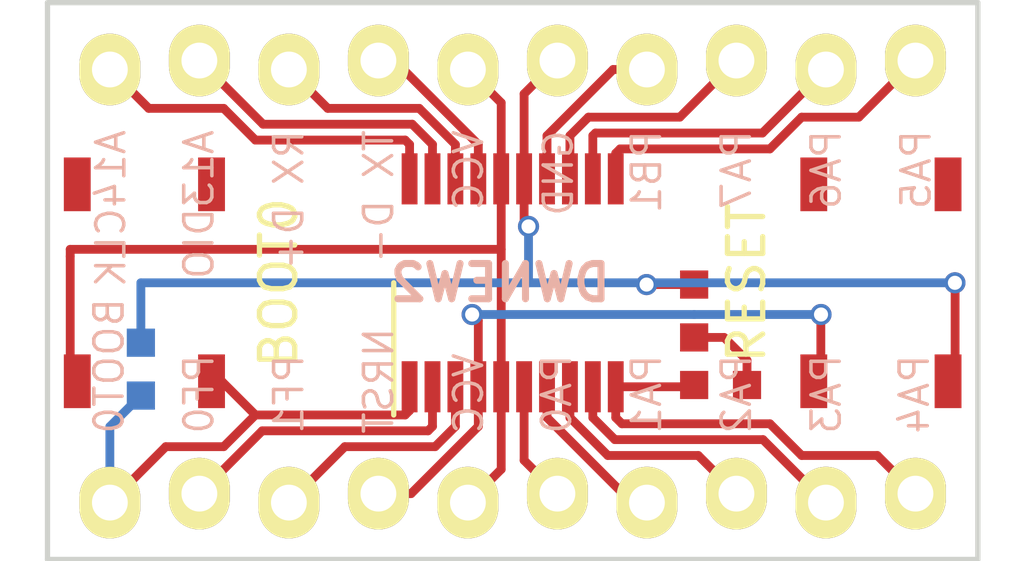
<source format=kicad_pcb>
(kicad_pcb (version 4) (host pcbnew 4.0.7-e2-6376~58~ubuntu16.04.1)

  (general
    (links 0)
    (no_connects 0)
    (area 181.974999 76.394999 220.975002 92.635001)
    (thickness 1.6)
    (drawings 25)
    (tracks 115)
    (zones 0)
    (modules 8)
    (nets 1)
  )

  (page A4)
  (layers
    (0 F.Cu signal)
    (31 B.Cu signal)
    (32 B.Adhes user)
    (33 F.Adhes user)
    (34 B.Paste user)
    (35 F.Paste user)
    (36 B.SilkS user)
    (37 F.SilkS user)
    (38 B.Mask user)
    (39 F.Mask user)
    (40 Dwgs.User user)
    (41 Cmts.User user)
    (42 Eco1.User user)
    (43 Eco2.User user)
    (44 Edge.Cuts user)
    (45 Margin user)
    (46 B.CrtYd user)
    (47 F.CrtYd user)
    (48 B.Fab user)
    (49 F.Fab user)
  )

  (setup
    (last_trace_width 0.25)
    (trace_clearance 0.2)
    (zone_clearance 0.508)
    (zone_45_only no)
    (trace_min 0.2)
    (segment_width 0.2)
    (edge_width 0.15)
    (via_size 0.6)
    (via_drill 0.4)
    (via_min_size 0.4)
    (via_min_drill 0.3)
    (uvia_size 0.3)
    (uvia_drill 0.1)
    (uvias_allowed no)
    (uvia_min_size 0.2)
    (uvia_min_drill 0.1)
    (pcb_text_width 0.3)
    (pcb_text_size 1.5 1.5)
    (mod_edge_width 0.15)
    (mod_text_size 1 1)
    (mod_text_width 0.15)
    (pad_size 1.45 0.45)
    (pad_drill 0)
    (pad_to_mask_clearance 0.2)
    (aux_axis_origin 0 0)
    (visible_elements FFFFFF7F)
    (pcbplotparams
      (layerselection 0x00030_80000001)
      (usegerberextensions false)
      (excludeedgelayer true)
      (linewidth 0.150000)
      (plotframeref false)
      (viasonmask false)
      (mode 1)
      (useauxorigin false)
      (hpglpennumber 1)
      (hpglpenspeed 20)
      (hpglpendiameter 15)
      (hpglpenoverlay 2)
      (psnegative false)
      (psa4output false)
      (plotreference true)
      (plotvalue true)
      (plotinvisibletext false)
      (padsonsilk false)
      (subtractmaskfromsilk false)
      (outputformat 1)
      (mirror false)
      (drillshape 1)
      (scaleselection 1)
      (outputdirectory ""))
  )

  (net 0 "")

  (net_class Default "This is the default net class."
    (clearance 0.2)
    (trace_width 0.25)
    (via_dia 0.6)
    (via_drill 0.4)
    (uvia_dia 0.3)
    (uvia_drill 0.1)
  )

  (module 00my_modules:BUTTON4_SMD (layer F.Cu) (tedit 5B4036A6) (tstamp 5B4035D1)
    (at 211.5 84.55 90)
    (descr button4_smd)
    (tags "SPST button tactile switch")
    (fp_text reference RESET (at 0 -3.81 90) (layer F.SilkS)
      (effects (font (size 1 1) (thickness 0.15)))
    )
    (fp_text value "" (at 0 3.81 90) (layer F.Fab)
      (effects (font (size 1 1) (thickness 0.15)))
    )
    (fp_line (start -1.54 -2.54) (end -2.54 -1.54) (layer F.Fab) (width 0.2032))
    (fp_line (start -2.54 -1.24) (end -2.54 1.27) (layer F.Fab) (width 0.2032))
    (fp_line (start -2.54 1.54) (end -1.54 2.54) (layer F.Fab) (width 0.2032))
    (fp_line (start -1.54 2.54) (end 1.54 2.54) (layer F.Fab) (width 0.2032))
    (fp_line (start 1.54 2.54) (end 2.54 1.54) (layer F.Fab) (width 0.2032))
    (fp_line (start 2.54 1.24) (end 2.54 -1.24) (layer F.Fab) (width 0.2032))
    (fp_line (start 2.54 -1.54) (end 1.54 -2.54) (layer F.Fab) (width 0.2032))
    (fp_line (start 1.54 -2.54) (end -1.54 -2.54) (layer F.Fab) (width 0.2032))
    (fp_line (start 1.905 1.27) (end 1.905 0.445) (layer F.Fab) (width 0.127))
    (fp_line (start 1.905 0.445) (end 2.16 -0.01) (layer F.Fab) (width 0.127))
    (fp_line (start 1.905 -0.23) (end 1.905 -1.115) (layer F.Fab) (width 0.127))
    (fp_circle (center 0 0) (end 0 1.27) (layer F.Fab) (width 0.2032))
    (pad 1 smd rect (at -2.794 1.905 90) (size 1.524 0.762) (layers F.Cu F.Paste F.Mask))
    (pad 2 smd rect (at 2.794 1.905 90) (size 1.524 0.762) (layers F.Cu F.Paste F.Mask))
    (pad 3 smd rect (at -2.794 -1.905 90) (size 1.524 0.762) (layers F.Cu F.Paste F.Mask))
    (pad 4 smd rect (at 2.794 -1.905 90) (size 1.524 0.762) (layers F.Cu F.Paste F.Mask))
  )

  (module 00my_modules:BUTTON4_SMD (layer F.Cu) (tedit 5B403698) (tstamp 5B40336A)
    (at 190.6 84.55 270)
    (descr button4_smd)
    (tags "SPST button tactile switch")
    (fp_text reference BOOT0 (at 0 -3.81 270) (layer F.SilkS)
      (effects (font (size 1 1) (thickness 0.15)))
    )
    (fp_text value "" (at 0 3.81 270) (layer F.Fab)
      (effects (font (size 1 1) (thickness 0.15)))
    )
    (fp_line (start -1.54 -2.54) (end -2.54 -1.54) (layer F.Fab) (width 0.2032))
    (fp_line (start -2.54 -1.24) (end -2.54 1.27) (layer F.Fab) (width 0.2032))
    (fp_line (start -2.54 1.54) (end -1.54 2.54) (layer F.Fab) (width 0.2032))
    (fp_line (start -1.54 2.54) (end 1.54 2.54) (layer F.Fab) (width 0.2032))
    (fp_line (start 1.54 2.54) (end 2.54 1.54) (layer F.Fab) (width 0.2032))
    (fp_line (start 2.54 1.24) (end 2.54 -1.24) (layer F.Fab) (width 0.2032))
    (fp_line (start 2.54 -1.54) (end 1.54 -2.54) (layer F.Fab) (width 0.2032))
    (fp_line (start 1.54 -2.54) (end -1.54 -2.54) (layer F.Fab) (width 0.2032))
    (fp_line (start 1.905 1.27) (end 1.905 0.445) (layer F.Fab) (width 0.127))
    (fp_line (start 1.905 0.445) (end 2.16 -0.01) (layer F.Fab) (width 0.127))
    (fp_line (start 1.905 -0.23) (end 1.905 -1.115) (layer F.Fab) (width 0.127))
    (fp_circle (center 0 0) (end 0 1.27) (layer F.Fab) (width 0.2032))
    (pad 1 smd rect (at -2.794 1.905 270) (size 1.524 0.762) (layers F.Cu F.Paste F.Mask))
    (pad 2 smd rect (at 2.794 1.905 270) (size 1.524 0.762) (layers F.Cu F.Paste F.Mask))
    (pad 3 smd rect (at -2.794 -1.905 270) (size 1.524 0.762) (layers F.Cu F.Paste F.Mask))
    (pad 4 smd rect (at 2.794 -1.905 270) (size 1.524 0.762) (layers F.Cu F.Paste F.Mask))
  )

  (module 00my_modules:STM32 (layer F.Cu) (tedit 5B403F48) (tstamp 5B4032BE)
    (at 201.05 84.55 90)
    (descr STM32)
    (tags STM32)
    (attr smd)
    (fp_text reference "" (at 0 -4.3 90) (layer F.SilkS)
      (effects (font (size 1 1) (thickness 0.15)))
    )
    (fp_text value "" (at -1.5 -3 90) (layer F.Fab)
      (effects (font (size 0.5 0.5) (thickness 0.01)))
    )
    (fp_text user STM32 (at 0 0 180) (layer F.Fab)
      (effects (font (size 0.8 0.8) (thickness 0.1)))
    )
    (fp_line (start -3.95 -3.55) (end -3.95 3.55) (layer F.CrtYd) (width 0.05))
    (fp_line (start 3.95 -3.55) (end 3.95 3.55) (layer F.CrtYd) (width 0.05))
    (fp_line (start -3.95 -3.55) (end 3.95 -3.55) (layer F.CrtYd) (width 0.05))
    (fp_line (start -3.95 3.55) (end 3.95 3.55) (layer F.CrtYd) (width 0.05))
    (fp_line (start -3.75 -3.375) (end 0 -3.375) (layer F.SilkS) (width 0.15))
    (fp_line (start -2.2 -3.25) (end 2.2 -3.25) (layer F.Fab) (width 0.01))
    (fp_line (start -2.2 3.25) (end 2.2 3.25) (layer F.Fab) (width 0.01))
    (fp_line (start -2.2 -3.25) (end -2.2 3.25) (layer F.Fab) (width 0.01))
    (fp_line (start 2.2 -3.25) (end 2.2 3.25) (layer F.Fab) (width 0.01))
    (pad BOOT smd rect (at -2.95 -2.925 90) (size 1.45 0.45) (layers F.Cu F.Paste F.Mask))
    (pad PF0 smd rect (at -2.95 -2.275 90) (size 1.45 0.45) (layers F.Cu F.Paste F.Mask))
    (pad PF1 smd rect (at -2.95 -1.625 90) (size 1.45 0.45) (layers F.Cu F.Paste F.Mask))
    (pad NRST smd rect (at -2.95 -0.975 90) (size 1.45 0.45) (layers F.Cu F.Paste F.Mask))
    (pad VCC smd rect (at -2.95 -0.325 90) (size 1.45 0.45) (layers F.Cu F.Paste F.Mask))
    (pad PA0 smd rect (at -2.95 0.325 90) (size 1.45 0.45) (layers F.Cu F.Paste F.Mask))
    (pad PA1 smd rect (at -2.95 0.975 90) (size 1.45 0.45) (layers F.Cu F.Paste F.Mask))
    (pad PA2 smd rect (at -2.95 1.625 90) (size 1.45 0.45) (layers F.Cu F.Paste F.Mask))
    (pad PA3 smd rect (at -2.95 2.275 90) (size 1.45 0.45) (layers F.Cu F.Paste F.Mask))
    (pad PA4 smd rect (at -2.95 2.925 90) (size 1.45 0.45) (layers F.Cu F.Paste F.Mask))
    (pad PA5 smd rect (at 2.95 2.925 90) (size 1.45 0.45) (layers F.Cu F.Paste F.Mask))
    (pad PA6 smd rect (at 2.95 2.275 90) (size 1.45 0.45) (layers F.Cu F.Paste F.Mask))
    (pad PA7 smd rect (at 2.95 1.625 90) (size 1.45 0.45) (layers F.Cu F.Paste F.Mask))
    (pad PB1 smd rect (at 2.95 0.975 90) (size 1.45 0.45) (layers F.Cu F.Paste F.Mask))
    (pad GND smd rect (at 2.95 0.325 90) (size 1.45 0.45) (layers F.Cu F.Paste F.Mask))
    (pad VCC smd rect (at 2.95 -0.325 90) (size 1.45 0.45) (layers F.Cu F.Paste F.Mask))
    (pad TX smd rect (at 2.95 -0.975 90) (size 1.45 0.45) (layers F.Cu F.Paste F.Mask))
    (pad RX smd rect (at 2.95 -1.625 90) (size 1.45 0.45) (layers F.Cu F.Paste F.Mask))
    (pad DIO smd rect (at 2.95 -2.275 90) (size 1.45 0.45) (layers F.Cu F.Paste F.Mask))
    (pad CLK smd rect (at 2.95 -2.925 90) (size 1.45 0.45) (layers F.Cu F.Paste F.Mask))
  )

  (module 00my_modules:Pin_Header_Wiggle_1x10 (layer F.Cu) (tedit 0) (tstamp 5B403BD8)
    (at 189.62 78.37 90)
    (descr "Through hole pin header")
    (tags "pin header")
    (fp_text reference "" (at 0 -2.4 90) (layer F.SilkS)
      (effects (font (size 0.5 0.5) (thickness 0.01)))
    )
    (fp_text value "" (at 0 -3.1 90) (layer F.Fab)
      (effects (font (size 0.5 0.5) (thickness 0.01)))
    )
    (fp_line (start -1.75 -1.75) (end -1.75 24.61) (layer F.CrtYd) (width 0.05))
    (fp_line (start 1.75 -1.75) (end 1.75 24.61) (layer F.CrtYd) (width 0.05))
    (fp_line (start -1.75 -1.75) (end 1.75 -1.75) (layer F.CrtYd) (width 0.05))
    (fp_line (start -1.75 24.61) (end 1.75 24.61) (layer F.CrtYd) (width 0.05))
    (pad 1 thru_hole oval (at -0.127 0 90) (size 2.032 1.7272) (drill 1.016) (layers *.Cu *.Mask F.SilkS))
    (pad 2 thru_hole oval (at 0.127 2.54 90) (size 2.032 1.7272) (drill 1.016) (layers *.Cu *.Mask F.SilkS))
    (pad 3 thru_hole oval (at -0.127 5.08 90) (size 2.032 1.7272) (drill 1.016) (layers *.Cu *.Mask F.SilkS))
    (pad 4 thru_hole oval (at 0.127 7.62 90) (size 2.032 1.7272) (drill 1.016) (layers *.Cu *.Mask F.SilkS))
    (pad 5 thru_hole oval (at -0.127 10.16 90) (size 2.032 1.7272) (drill 1.016) (layers *.Cu *.Mask F.SilkS))
    (pad 6 thru_hole oval (at 0.127 12.7 90) (size 2.032 1.7272) (drill 1.016) (layers *.Cu *.Mask F.SilkS))
    (pad 7 thru_hole oval (at -0.127 15.24 90) (size 2.032 1.7272) (drill 1.016) (layers *.Cu *.Mask F.SilkS))
    (pad 8 thru_hole oval (at 0.127 17.78 90) (size 2.032 1.7272) (drill 1.016) (layers *.Cu *.Mask F.SilkS))
    (pad 9 thru_hole oval (at -0.127 20.32 90) (size 2.032 1.7272) (drill 1.016) (layers *.Cu *.Mask F.SilkS))
    (pad 10 thru_hole oval (at 0.127 22.86 90) (size 2.032 1.7272) (drill 1.016) (layers *.Cu *.Mask F.SilkS))
  )

  (module 00my_modules:Pin_Header_Wiggle_1x10 (layer F.Cu) (tedit 0) (tstamp 5B403C43)
    (at 189.62 90.66 90)
    (descr "Through hole pin header")
    (tags "pin header")
    (fp_text reference "" (at 0 -2.4 90) (layer F.SilkS)
      (effects (font (size 0.5 0.5) (thickness 0.01)))
    )
    (fp_text value "" (at 0 -3.1 90) (layer F.Fab)
      (effects (font (size 0.5 0.5) (thickness 0.01)))
    )
    (fp_line (start -1.75 -1.75) (end -1.75 24.61) (layer F.CrtYd) (width 0.05))
    (fp_line (start 1.75 -1.75) (end 1.75 24.61) (layer F.CrtYd) (width 0.05))
    (fp_line (start -1.75 -1.75) (end 1.75 -1.75) (layer F.CrtYd) (width 0.05))
    (fp_line (start -1.75 24.61) (end 1.75 24.61) (layer F.CrtYd) (width 0.05))
    (pad 1 thru_hole oval (at -0.127 0 90) (size 2.032 1.7272) (drill 1.016) (layers *.Cu *.Mask F.SilkS))
    (pad 2 thru_hole oval (at 0.127 2.54 90) (size 2.032 1.7272) (drill 1.016) (layers *.Cu *.Mask F.SilkS))
    (pad 3 thru_hole oval (at -0.127 5.08 90) (size 2.032 1.7272) (drill 1.016) (layers *.Cu *.Mask F.SilkS))
    (pad 4 thru_hole oval (at 0.127 7.62 90) (size 2.032 1.7272) (drill 1.016) (layers *.Cu *.Mask F.SilkS))
    (pad 5 thru_hole oval (at -0.127 10.16 90) (size 2.032 1.7272) (drill 1.016) (layers *.Cu *.Mask F.SilkS))
    (pad 6 thru_hole oval (at 0.127 12.7 90) (size 2.032 1.7272) (drill 1.016) (layers *.Cu *.Mask F.SilkS))
    (pad 7 thru_hole oval (at -0.127 15.24 90) (size 2.032 1.7272) (drill 1.016) (layers *.Cu *.Mask F.SilkS))
    (pad 8 thru_hole oval (at 0.127 17.78 90) (size 2.032 1.7272) (drill 1.016) (layers *.Cu *.Mask F.SilkS))
    (pad 9 thru_hole oval (at -0.127 20.32 90) (size 2.032 1.7272) (drill 1.016) (layers *.Cu *.Mask F.SilkS))
    (pad 10 thru_hole oval (at 0.127 22.86 90) (size 2.032 1.7272) (drill 1.016) (layers *.Cu *.Mask F.SilkS))
  )

  (module 00my_modules:R_0603 (layer B.Cu) (tedit 5415CC62) (tstamp 5B4040D0)
    (at 190.5 87 90)
    (descr R0603)
    (tags "resistor capacitor led 0603")
    (attr smd)
    (fp_text reference "" (at 0 0 90) (layer B.SilkS)
      (effects (font (size 0.5 0.5) (thickness 0.1)) (justify mirror))
    )
    (fp_text value R (at 0 0 90) (layer B.Fab)
      (effects (font (size 0.5 0.5) (thickness 0.01)) (justify mirror))
    )
    (fp_line (start -1.2 0.45) (end 1.2 0.45) (layer B.CrtYd) (width 0.01))
    (fp_line (start -1.2 -0.45) (end 1.2 -0.45) (layer B.CrtYd) (width 0.01))
    (fp_line (start -1.2 0.45) (end -1.2 -0.45) (layer B.CrtYd) (width 0.01))
    (fp_line (start 1.2 0.45) (end 1.2 -0.45) (layer B.CrtYd) (width 0.01))
    (pad 1 smd rect (at -0.75 0 90) (size 0.8 0.8) (layers B.Cu B.Paste B.Mask))
    (pad 2 smd rect (at 0.75 0 90) (size 0.8 0.8) (layers B.Cu B.Paste B.Mask))
  )

  (module 00my_modules:L_0603 (layer F.Cu) (tedit 5415CC62) (tstamp 5B404460)
    (at 206.95 87.45 180)
    (descr R0603)
    (tags "resistor capacitor led 0603")
    (attr smd)
    (fp_text reference "" (at 0 -0.6 180) (layer F.SilkS)
      (effects (font (size 0.1 0.1) (thickness 0.01)))
    )
    (fp_text value "" (at 0 0.6 180) (layer F.Fab)
      (effects (font (size 0.1 0.1) (thickness 0.01)))
    )
    (fp_line (start -1.2 -0.45) (end 1.2 -0.45) (layer F.CrtYd) (width 0.01))
    (fp_line (start -1.2 0.45) (end 1.2 0.45) (layer F.CrtYd) (width 0.01))
    (fp_line (start -1.2 -0.45) (end -1.2 0.45) (layer F.CrtYd) (width 0.01))
    (fp_line (start 1.2 -0.45) (end 1.2 0.45) (layer F.CrtYd) (width 0.01))
    (fp_line (start -0.1 0) (end 0.1 0.2) (layer F.CrtYd) (width 0.01))
    (fp_line (start -0.1 0) (end 0.1 -0.2) (layer F.CrtYd) (width 0.01))
    (fp_line (start -0.1 0.2) (end -0.1 -0.2) (layer F.CrtYd) (width 0.01))
    (fp_line (start 0.1 0.2) (end 0.1 -0.2) (layer F.CrtYd) (width 0.01))
    (pad 1 smd rect (at -0.75 0 180) (size 0.8 0.8) (layers F.Cu F.Paste F.Mask))
    (pad 2 smd rect (at 0.75 0 180) (size 0.8 0.8) (layers F.Cu F.Paste F.Mask))
  )

  (module 00my_modules:R_0603 (layer F.Cu) (tedit 5415CC62) (tstamp 5B404477)
    (at 206.2 85.35 90)
    (descr R0603)
    (tags "resistor capacitor led 0603")
    (attr smd)
    (fp_text reference "" (at 0 0 90) (layer F.SilkS)
      (effects (font (size 0.5 0.5) (thickness 0.1)))
    )
    (fp_text value R (at 0 0 90) (layer F.Fab)
      (effects (font (size 0.5 0.5) (thickness 0.01)))
    )
    (fp_line (start -1.2 -0.45) (end 1.2 -0.45) (layer F.CrtYd) (width 0.01))
    (fp_line (start -1.2 0.45) (end 1.2 0.45) (layer F.CrtYd) (width 0.01))
    (fp_line (start -1.2 -0.45) (end -1.2 0.45) (layer F.CrtYd) (width 0.01))
    (fp_line (start 1.2 -0.45) (end 1.2 0.45) (layer F.CrtYd) (width 0.01))
    (pad 1 smd rect (at -0.75 0 90) (size 0.8 0.8) (layers F.Cu F.Paste F.Mask))
    (pad 2 smd rect (at 0.75 0 90) (size 0.8 0.8) (layers F.Cu F.Paste F.Mask))
  )

  (gr_line (start 214.25 92.4) (end 214.25 76.6) (angle 90) (layer Edge.Cuts) (width 0.15))
  (gr_line (start 187.85 92.4) (end 214.25 92.4) (angle 90) (layer Edge.Cuts) (width 0.15))
  (gr_line (start 187.85 76.6) (end 187.85 92.4) (angle 90) (layer Edge.Cuts) (width 0.15))
  (gr_line (start 214.25 76.6) (end 187.85 76.6) (angle 90) (layer Edge.Cuts) (width 0.15))
  (gr_text DWNEW2 (at 200.7 84.55) (layer B.SilkS)
    (effects (font (size 1 1) (thickness 0.2)) (justify mirror))
  )
  (gr_text PA4 (at 212.45 88.9 90) (layer B.SilkS)
    (effects (font (size 0.8 0.8) (thickness 0.1)) (justify right mirror))
  )
  (gr_text PA3 (at 209.95 88.9 90) (layer B.SilkS)
    (effects (font (size 0.8 0.8) (thickness 0.1)) (justify right mirror))
  )
  (gr_text PA2 (at 207.4 88.9 90) (layer B.SilkS)
    (effects (font (size 0.8 0.8) (thickness 0.1)) (justify right mirror))
  )
  (gr_text PA1 (at 204.85 88.9 90) (layer B.SilkS)
    (effects (font (size 0.8 0.8) (thickness 0.1)) (justify right mirror))
  )
  (gr_text PA0 (at 202.3 88.9 90) (layer B.SilkS)
    (effects (font (size 0.8 0.8) (thickness 0.1)) (justify right mirror))
  )
  (gr_text VCC (at 199.8 88.9 90) (layer B.SilkS)
    (effects (font (size 0.8 0.8) (thickness 0.1)) (justify right mirror))
  )
  (gr_text NRST (at 197.25 88.9 90) (layer B.SilkS)
    (effects (font (size 0.8 0.8) (thickness 0.1)) (justify right mirror))
  )
  (gr_text PF1 (at 194.7 88.9 90) (layer B.SilkS)
    (effects (font (size 0.8 0.8) (thickness 0.1)) (justify right mirror))
  )
  (gr_text PF0 (at 192.15 88.9 90) (layer B.SilkS)
    (effects (font (size 0.8 0.8) (thickness 0.1)) (justify right mirror))
  )
  (gr_text BOOT0 (at 189.6 88.9 90) (layer B.SilkS)
    (effects (font (size 0.8 0.8) (thickness 0.1)) (justify right mirror))
  )
  (gr_text PA5 (at 212.5 80.15 90) (layer B.SilkS)
    (effects (font (size 0.8 0.8) (thickness 0.1)) (justify left mirror))
  )
  (gr_text PA6 (at 209.95 80.15 90) (layer B.SilkS)
    (effects (font (size 0.8 0.8) (thickness 0.1)) (justify left mirror))
  )
  (gr_text PA7 (at 207.4 80.15 90) (layer B.SilkS)
    (effects (font (size 0.8 0.8) (thickness 0.1)) (justify left mirror))
  )
  (gr_text PB1 (at 204.85 80.15 90) (layer B.SilkS)
    (effects (font (size 0.8 0.8) (thickness 0.1)) (justify left mirror))
  )
  (gr_text GND (at 202.35 80.15 90) (layer B.SilkS)
    (effects (font (size 0.8 0.8) (thickness 0.1)) (justify left mirror))
  )
  (gr_text VCC (at 199.8 80.15 90) (layer B.SilkS)
    (effects (font (size 0.8 0.8) (thickness 0.1)) (justify left mirror))
  )
  (gr_text "TX D-" (at 197.25 80.15 90) (layer B.SilkS)
    (effects (font (size 0.8 0.8) (thickness 0.1)) (justify left mirror))
  )
  (gr_text "RX D+" (at 194.7 80.15 90) (layer B.SilkS)
    (effects (font (size 0.8 0.8) (thickness 0.1)) (justify left mirror))
  )
  (gr_text A13DIO (at 192.15 80.15 90) (layer B.SilkS)
    (effects (font (size 0.8 0.8) (thickness 0.1)) (justify left mirror))
  )
  (gr_text A14CLK (at 189.65 80.15 90) (layer B.SilkS)
    (effects (font (size 0.8 0.8) (thickness 0.1)) (justify left mirror))
  )

  (segment (start 206.2 86.1) (end 207.05 86.1) (width 0.25) (layer F.Cu) (net 0))
  (segment (start 207.7 86.75) (end 207.7 87.45) (width 0.25) (layer F.Cu) (net 0) (tstamp 5B404F12))
  (segment (start 207.05 86.1) (end 207.7 86.75) (width 0.25) (layer F.Cu) (net 0) (tstamp 5B404F11))
  (segment (start 206.2 84.6) (end 204.85 84.6) (width 0.25) (layer F.Cu) (net 0))
  (segment (start 204.85 84.6) (end 204.85 84.55) (width 0.25) (layer B.Cu) (net 0) (tstamp 5B404F0C))
  (via (at 204.85 84.6) (size 0.6) (drill 0.4) (layers F.Cu B.Cu) (net 0))
  (segment (start 188.495 83.6) (end 200.7 83.6) (width 0.25) (layer F.Cu) (net 0) (tstamp 5B4040EC))
  (segment (start 188.495 83.8) (end 188.495 83.6) (width 0.25) (layer F.Cu) (net 0) (tstamp 5B404110))
  (segment (start 188.495 87.344) (end 188.495 83.8) (width 0.25) (layer F.Cu) (net 0))
  (segment (start 203.975 87.5) (end 206.15 87.5) (width 0.25) (layer F.Cu) (net 0))
  (segment (start 206.15 87.5) (end 206.2 87.45) (width 0.25) (layer F.Cu) (net 0) (tstamp 5B40448C))
  (segment (start 197.24 78.243) (end 196.807 78.243) (width 0.25) (layer B.Cu) (net 0))
  (segment (start 190.5 84.55) (end 201.45 84.55) (width 0.25) (layer B.Cu) (net 0) (tstamp 5B4040E8))
  (segment (start 190.5 86.25) (end 190.5 84.55) (width 0.25) (layer B.Cu) (net 0))
  (segment (start 189.62 90.787) (end 189.62 88.63) (width 0.25) (layer B.Cu) (net 0))
  (segment (start 189.62 88.63) (end 190.5 87.75) (width 0.25) (layer B.Cu) (net 0) (tstamp 5B4040E4))
  (segment (start 201.45 84.55) (end 204.85 84.55) (width 0.25) (layer B.Cu) (net 0))
  (segment (start 204.85 84.55) (end 213.6 84.55) (width 0.25) (layer B.Cu) (net 0) (tstamp 5B404F0F))
  (via (at 213.6 84.55) (size 0.6) (drill 0.4) (layers F.Cu B.Cu) (net 0))
  (segment (start 213.605 84.555) (end 213.605 87.344) (width 0.25) (layer F.Cu) (net 0) (tstamp 5B403DBD))
  (segment (start 213.6 84.55) (end 213.605 84.555) (width 0.25) (layer F.Cu) (net 0) (tstamp 5B403DBC))
  (segment (start 201.45 84.55) (end 201.5 84.55) (width 0.25) (layer B.Cu) (net 0) (tstamp 5B403DB8))
  (segment (start 201.375 82.825) (end 201.375 81.6) (width 0.25) (layer F.Cu) (net 0) (tstamp 5B403DB6))
  (segment (start 201.5 82.95) (end 201.375 82.825) (width 0.25) (layer F.Cu) (net 0) (tstamp 5B403DB5))
  (via (at 201.5 82.95) (size 0.6) (drill 0.4) (layers F.Cu B.Cu) (net 0))
  (segment (start 201.5 84.55) (end 201.5 82.95) (width 0.25) (layer B.Cu) (net 0) (tstamp 5B403DB2))
  (segment (start 200.075 87.5) (end 200.075 85.625) (width 0.25) (layer F.Cu) (net 0))
  (segment (start 209.795 85.455) (end 209.795 87.344) (width 0.25) (layer F.Cu) (net 0) (tstamp 5B403DAF))
  (segment (start 209.8 85.45) (end 209.795 85.455) (width 0.25) (layer F.Cu) (net 0) (tstamp 5B403DAE))
  (via (at 209.8 85.45) (size 0.6) (drill 0.4) (layers F.Cu B.Cu) (net 0))
  (segment (start 199.9 85.45) (end 206.2 85.45) (width 0.25) (layer B.Cu) (net 0) (tstamp 5B403DAB))
  (segment (start 206.2 85.45) (end 209.8 85.45) (width 0.25) (layer B.Cu) (net 0) (tstamp 5B404495))
  (via (at 199.9 85.45) (size 0.6) (drill 0.4) (layers F.Cu B.Cu) (net 0))
  (segment (start 200.075 85.625) (end 199.9 85.45) (width 0.25) (layer F.Cu) (net 0) (tstamp 5B403DA9))
  (segment (start 200.7 83.6) (end 200.725 83.6) (width 0.25) (layer F.Cu) (net 0) (tstamp 5B4040BF))
  (segment (start 192.305 87.344) (end 192.794 87.344) (width 0.25) (layer F.Cu) (net 0))
  (segment (start 192.794 87.344) (end 193.75 88.3) (width 0.25) (layer F.Cu) (net 0) (tstamp 5B403D9E))
  (segment (start 198.125 81.6) (end 198.125 80.625) (width 0.25) (layer F.Cu) (net 0))
  (segment (start 190.723 79.6) (end 189.62 78.497) (width 0.25) (layer F.Cu) (net 0) (tstamp 5B403D9B))
  (segment (start 192.85 79.6) (end 190.723 79.6) (width 0.25) (layer F.Cu) (net 0) (tstamp 5B403D9A))
  (segment (start 193.75 80.5) (end 192.85 79.6) (width 0.25) (layer F.Cu) (net 0) (tstamp 5B403D98))
  (segment (start 198 80.5) (end 193.75 80.5) (width 0.25) (layer F.Cu) (net 0) (tstamp 5B403D97))
  (segment (start 198.125 80.625) (end 198 80.5) (width 0.25) (layer F.Cu) (net 0) (tstamp 5B403D96))
  (segment (start 203.975 87.5) (end 203.975 88.375) (width 0.25) (layer F.Cu) (net 0))
  (segment (start 211.397 89.45) (end 212.48 90.533) (width 0.25) (layer F.Cu) (net 0) (tstamp 5B403D92))
  (segment (start 209.25 89.45) (end 211.397 89.45) (width 0.25) (layer F.Cu) (net 0) (tstamp 5B403D91))
  (segment (start 208.35 88.55) (end 209.25 89.45) (width 0.25) (layer F.Cu) (net 0) (tstamp 5B403D90))
  (segment (start 204.15 88.55) (end 208.35 88.55) (width 0.25) (layer F.Cu) (net 0) (tstamp 5B403D8F))
  (segment (start 203.975 88.375) (end 204.15 88.55) (width 0.25) (layer F.Cu) (net 0) (tstamp 5B403D8E))
  (segment (start 203.325 87.5) (end 203.325 88.375) (width 0.25) (layer F.Cu) (net 0))
  (segment (start 208.153 89) (end 209.94 90.787) (width 0.25) (layer F.Cu) (net 0) (tstamp 5B403D8B))
  (segment (start 203.95 89) (end 208.153 89) (width 0.25) (layer F.Cu) (net 0) (tstamp 5B403D8A))
  (segment (start 203.325 88.375) (end 203.95 89) (width 0.25) (layer F.Cu) (net 0) (tstamp 5B403D89))
  (segment (start 202.675 87.5) (end 202.675 88.375) (width 0.25) (layer F.Cu) (net 0))
  (segment (start 206.317 89.45) (end 207.4 90.533) (width 0.25) (layer F.Cu) (net 0) (tstamp 5B403D86))
  (segment (start 203.75 89.45) (end 206.317 89.45) (width 0.25) (layer F.Cu) (net 0) (tstamp 5B403D84))
  (segment (start 202.675 88.375) (end 203.75 89.45) (width 0.25) (layer F.Cu) (net 0) (tstamp 5B403D83))
  (segment (start 202.025 87.5) (end 202.025 88.375) (width 0.25) (layer F.Cu) (net 0))
  (segment (start 202.025 88.375) (end 204.437 90.787) (width 0.25) (layer F.Cu) (net 0) (tstamp 5B403D80))
  (segment (start 204.437 90.787) (end 204.86 90.787) (width 0.25) (layer F.Cu) (net 0) (tstamp 5B403D81))
  (segment (start 198.125 87.5) (end 198.125 88.175) (width 0.25) (layer F.Cu) (net 0))
  (segment (start 198.125 88.175) (end 198 88.3) (width 0.25) (layer F.Cu) (net 0) (tstamp 5B403D79))
  (segment (start 198 88.3) (end 193.75 88.3) (width 0.25) (layer F.Cu) (net 0) (tstamp 5B403D7A))
  (segment (start 193.75 88.3) (end 192.85 89.2) (width 0.25) (layer F.Cu) (net 0) (tstamp 5B403D7B))
  (segment (start 192.85 89.2) (end 191.207 89.2) (width 0.25) (layer F.Cu) (net 0) (tstamp 5B403D7C))
  (segment (start 191.207 89.2) (end 189.62 90.787) (width 0.25) (layer F.Cu) (net 0) (tstamp 5B403D7D))
  (segment (start 198.775 87.5) (end 198.775 88.625) (width 0.25) (layer F.Cu) (net 0))
  (segment (start 193.943 88.75) (end 192.16 90.533) (width 0.25) (layer F.Cu) (net 0) (tstamp 5B403D76))
  (segment (start 198.65 88.75) (end 193.943 88.75) (width 0.25) (layer F.Cu) (net 0) (tstamp 5B403D75))
  (segment (start 198.775 88.625) (end 198.65 88.75) (width 0.25) (layer F.Cu) (net 0) (tstamp 5B403D74))
  (segment (start 199.425 87.5) (end 199.425 88.625) (width 0.25) (layer F.Cu) (net 0))
  (segment (start 196.287 89.2) (end 194.7 90.787) (width 0.25) (layer F.Cu) (net 0) (tstamp 5B403D71))
  (segment (start 198.85 89.2) (end 196.287 89.2) (width 0.25) (layer F.Cu) (net 0) (tstamp 5B403D70))
  (segment (start 199.425 88.625) (end 198.85 89.2) (width 0.25) (layer F.Cu) (net 0) (tstamp 5B403D6F))
  (segment (start 200.075 87.5) (end 200.075 88.625) (width 0.25) (layer F.Cu) (net 0))
  (segment (start 198.167 90.533) (end 197.24 90.533) (width 0.25) (layer F.Cu) (net 0) (tstamp 5B403D6D))
  (segment (start 200.075 88.625) (end 198.167 90.533) (width 0.25) (layer F.Cu) (net 0) (tstamp 5B403D6B))
  (segment (start 201.375 87.5) (end 201.375 89.588) (width 0.25) (layer F.Cu) (net 0))
  (segment (start 201.375 89.588) (end 202.32 90.533) (width 0.25) (layer F.Cu) (net 0) (tstamp 5B403D69))
  (segment (start 200.725 87.5) (end 200.725 89.842) (width 0.25) (layer F.Cu) (net 0))
  (segment (start 200.725 89.842) (end 199.78 90.787) (width 0.25) (layer F.Cu) (net 0) (tstamp 5B403D67))
  (segment (start 200.725 81.6) (end 200.725 83.6) (width 0.25) (layer F.Cu) (net 0))
  (segment (start 200.725 83.6) (end 200.725 87.5) (width 0.25) (layer F.Cu) (net 0) (tstamp 5B403DA7))
  (segment (start 198.775 81.6) (end 198.775 80.625) (width 0.25) (layer F.Cu) (net 0))
  (segment (start 193.967 80.05) (end 192.16 78.243) (width 0.25) (layer F.Cu) (net 0) (tstamp 5B403D5D))
  (segment (start 198.2 80.05) (end 193.967 80.05) (width 0.25) (layer F.Cu) (net 0) (tstamp 5B403D5C))
  (segment (start 198.775 80.625) (end 198.2 80.05) (width 0.25) (layer F.Cu) (net 0) (tstamp 5B403D5B))
  (segment (start 199.425 81.6) (end 199.425 80.625) (width 0.25) (layer F.Cu) (net 0))
  (segment (start 195.803 79.6) (end 194.7 78.497) (width 0.25) (layer F.Cu) (net 0) (tstamp 5B403D58))
  (segment (start 198.4 79.6) (end 195.803 79.6) (width 0.25) (layer F.Cu) (net 0) (tstamp 5B403D56))
  (segment (start 199.425 80.625) (end 198.4 79.6) (width 0.25) (layer F.Cu) (net 0) (tstamp 5B403D55))
  (segment (start 200.075 81.6) (end 200.075 80.625) (width 0.25) (layer F.Cu) (net 0))
  (segment (start 200.075 80.625) (end 197.693 78.243) (width 0.25) (layer F.Cu) (net 0) (tstamp 5B403D52))
  (segment (start 197.693 78.243) (end 197.24 78.243) (width 0.25) (layer F.Cu) (net 0) (tstamp 5B403D53))
  (segment (start 203.975 81.6) (end 203.975 80.875) (width 0.25) (layer F.Cu) (net 0))
  (segment (start 203.975 80.875) (end 204.1 80.75) (width 0.25) (layer F.Cu) (net 0) (tstamp 5B403D4B))
  (segment (start 204.1 80.75) (end 208.35 80.75) (width 0.25) (layer F.Cu) (net 0) (tstamp 5B403D4C))
  (segment (start 208.35 80.75) (end 209.25 79.85) (width 0.25) (layer F.Cu) (net 0) (tstamp 5B403D4D))
  (segment (start 209.25 79.85) (end 210.873 79.85) (width 0.25) (layer F.Cu) (net 0) (tstamp 5B403D4E))
  (segment (start 210.873 79.85) (end 212.48 78.243) (width 0.25) (layer F.Cu) (net 0) (tstamp 5B403D4F))
  (segment (start 203.325 81.6) (end 203.325 80.375) (width 0.25) (layer F.Cu) (net 0))
  (segment (start 208.137 80.3) (end 209.94 78.497) (width 0.25) (layer F.Cu) (net 0) (tstamp 5B403D48))
  (segment (start 203.4 80.3) (end 208.137 80.3) (width 0.25) (layer F.Cu) (net 0) (tstamp 5B403D47))
  (segment (start 203.325 80.375) (end 203.4 80.3) (width 0.25) (layer F.Cu) (net 0) (tstamp 5B403D46))
  (segment (start 202.675 81.6) (end 202.675 80.375) (width 0.25) (layer F.Cu) (net 0))
  (segment (start 205.793 79.85) (end 207.4 78.243) (width 0.25) (layer F.Cu) (net 0) (tstamp 5B403D43))
  (segment (start 203.2 79.85) (end 205.793 79.85) (width 0.25) (layer F.Cu) (net 0) (tstamp 5B403D42))
  (segment (start 202.675 80.375) (end 203.2 79.85) (width 0.25) (layer F.Cu) (net 0) (tstamp 5B403D41))
  (segment (start 202.025 81.6) (end 202.025 80.375) (width 0.25) (layer F.Cu) (net 0))
  (segment (start 203.903 78.497) (end 204.86 78.497) (width 0.25) (layer F.Cu) (net 0) (tstamp 5B403D3F))
  (segment (start 202.025 80.375) (end 203.903 78.497) (width 0.25) (layer F.Cu) (net 0) (tstamp 5B403D3D))
  (segment (start 201.375 81.6) (end 201.375 79.188) (width 0.25) (layer F.Cu) (net 0))
  (segment (start 201.375 79.188) (end 202.32 78.243) (width 0.25) (layer F.Cu) (net 0) (tstamp 5B403D3B))
  (segment (start 200.725 81.6) (end 200.725 79.442) (width 0.25) (layer F.Cu) (net 0))
  (segment (start 200.725 79.442) (end 199.78 78.497) (width 0.25) (layer F.Cu) (net 0) (tstamp 5B403D39))

)

</source>
